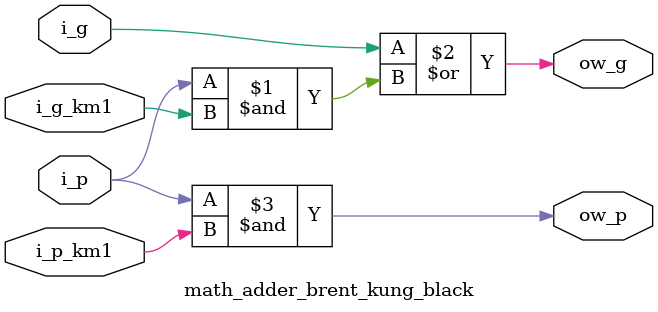
<source format=sv>

`timescale 1ns / 1ps

module math_adder_brent_kung_black (
    input  logic i_g,
    input  logic i_p,
    input  logic i_g_km1,
    input  logic i_p_km1,
    output logic ow_g,
    output logic ow_p
);

    assign ow_g = i_g | (i_p & i_g_km1);
    assign ow_p = i_p & i_p_km1;
endmodule

</source>
